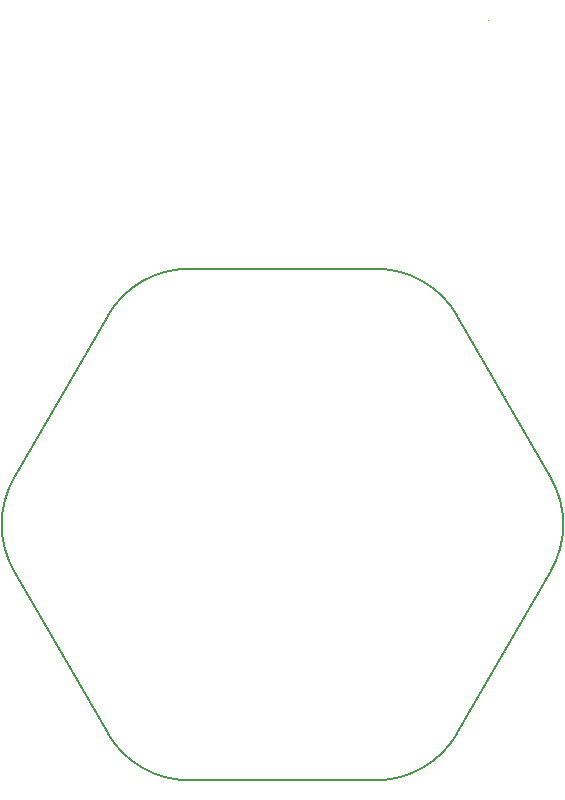
<source format=gko>
%FSLAX25Y25*%
%MOIN*%
G70*
G01*
G75*
G04 Layer_Color=65280*
%ADD10R,0.05906X0.05906*%
%ADD11R,0.03347X0.02756*%
G04:AMPARAMS|DCode=12|XSize=62.99mil|YSize=17.72mil|CornerRadius=0mil|HoleSize=0mil|Usage=FLASHONLY|Rotation=210.000|XOffset=0mil|YOffset=0mil|HoleType=Round|Shape=Rectangle|*
%AMROTATEDRECTD12*
4,1,4,0.02285,0.02342,0.03171,0.00808,-0.02285,-0.02342,-0.03171,-0.00808,0.02285,0.02342,0.0*
%
%ADD12ROTATEDRECTD12*%

G04:AMPARAMS|DCode=13|XSize=86.61mil|YSize=47.24mil|CornerRadius=0mil|HoleSize=0mil|Usage=FLASHONLY|Rotation=300.000|XOffset=0mil|YOffset=0mil|HoleType=Round|Shape=Rectangle|*
%AMROTATEDRECTD13*
4,1,4,-0.04211,0.02569,-0.00120,0.04932,0.04211,-0.02569,0.00120,-0.04932,-0.04211,0.02569,0.0*
%
%ADD13ROTATEDRECTD13*%

G04:AMPARAMS|DCode=14|XSize=157.48mil|YSize=78.74mil|CornerRadius=0mil|HoleSize=0mil|Usage=FLASHONLY|Rotation=30.000|XOffset=0mil|YOffset=0mil|HoleType=Round|Shape=Rectangle|*
%AMROTATEDRECTD14*
4,1,4,-0.04851,-0.07347,-0.08788,-0.00528,0.04851,0.07347,0.08788,0.00528,-0.04851,-0.07347,0.0*
%
%ADD14ROTATEDRECTD14*%

%ADD15R,0.02756X0.03347*%
G04:AMPARAMS|DCode=16|XSize=102.36mil|YSize=17.72mil|CornerRadius=0mil|HoleSize=0mil|Usage=FLASHONLY|Rotation=330.000|XOffset=0mil|YOffset=0mil|HoleType=Round|Shape=Rectangle|*
%AMROTATEDRECTD16*
4,1,4,-0.04875,0.01792,-0.03990,0.03326,0.04875,-0.01792,0.03990,-0.03326,-0.04875,0.01792,0.0*
%
%ADD16ROTATEDRECTD16*%

%ADD17R,0.00984X0.07087*%
%ADD18R,0.00984X0.07087*%
%ADD19R,0.01772X0.07087*%
%ADD20C,0.03000*%
%ADD21C,0.02000*%
%ADD22C,0.01000*%
%ADD23C,0.00800*%
%ADD24C,0.00600*%
%ADD25C,0.00250*%
%ADD26C,0.00500*%
%ADD27O,0.07874X0.11811*%
%ADD28R,0.07874X0.11811*%
%ADD29C,0.02953*%
%ADD30P,0.08352X4X165.0*%
%ADD31C,0.05906*%
G04:AMPARAMS|DCode=32|XSize=157.48mil|YSize=78.74mil|CornerRadius=0mil|HoleSize=0mil|Usage=FLASHONLY|Rotation=210.000|XOffset=0mil|YOffset=0mil|HoleType=Round|Shape=Round|*
%AMOVALD32*
21,1,0.07874,0.07874,0.00000,0.00000,210.0*
1,1,0.07874,0.03410,0.01969*
1,1,0.07874,-0.03410,-0.01969*
%
%ADD32OVALD32*%

%ADD33C,0.04331*%
G04:AMPARAMS|DCode=34|XSize=150mil|YSize=60mil|CornerRadius=0mil|HoleSize=0mil|Usage=FLASHONLY|Rotation=150.000|XOffset=0mil|YOffset=0mil|HoleType=Round|Shape=Round|*
%AMOVALD34*
21,1,0.09000,0.06000,0.00000,0.00000,150.0*
1,1,0.06000,0.03897,-0.02250*
1,1,0.06000,-0.03897,0.02250*
%
%ADD34OVALD34*%

G04:AMPARAMS|DCode=35|XSize=86.61mil|YSize=62.99mil|CornerRadius=0mil|HoleSize=0mil|Usage=FLASHONLY|Rotation=150.000|XOffset=0mil|YOffset=0mil|HoleType=Round|Shape=Round|*
%AMOVALD35*
21,1,0.02362,0.06299,0.00000,0.00000,150.0*
1,1,0.06299,0.01023,-0.00591*
1,1,0.06299,-0.01023,0.00591*
%
%ADD35OVALD35*%

%ADD36C,0.03543*%
G04:AMPARAMS|DCode=37|XSize=74.8mil|YSize=39.37mil|CornerRadius=0mil|HoleSize=0mil|Usage=FLASHONLY|Rotation=330.000|XOffset=0mil|YOffset=0mil|HoleType=Round|Shape=Round|*
%AMOVALD37*
21,1,0.03543,0.03937,0.00000,0.00000,330.0*
1,1,0.03937,-0.01534,0.00886*
1,1,0.03937,0.01534,-0.00886*
%
%ADD37OVALD37*%

%ADD38C,0.02000*%
%ADD39C,0.03000*%
%ADD40C,0.00100*%
%ADD41P,0.03341X4X345.0*%
%ADD42P,0.03341X4X195.0*%
%ADD43P,0.03341X4X270.0*%
G04:AMPARAMS|DCode=44|XSize=27.56mil|YSize=33.47mil|CornerRadius=0mil|HoleSize=0mil|Usage=FLASHONLY|Rotation=45.000|XOffset=0mil|YOffset=0mil|HoleType=Round|Shape=Rectangle|*
%AMROTATEDRECTD44*
4,1,4,0.00209,-0.02158,-0.02158,0.00209,-0.00209,0.02158,0.02158,-0.00209,0.00209,-0.02158,0.0*
%
%ADD44ROTATEDRECTD44*%

G04:AMPARAMS|DCode=45|XSize=27.56mil|YSize=33.47mil|CornerRadius=0mil|HoleSize=0mil|Usage=FLASHONLY|Rotation=315.000|XOffset=0mil|YOffset=0mil|HoleType=Round|Shape=Rectangle|*
%AMROTATEDRECTD45*
4,1,4,-0.02158,-0.00209,0.00209,0.02158,0.02158,0.00209,-0.00209,-0.02158,-0.02158,-0.00209,0.0*
%
%ADD45ROTATEDRECTD45*%

%ADD46R,0.02362X0.03937*%
%ADD47R,0.03937X0.02362*%
%ADD48R,0.07087X0.03937*%
%ADD49R,0.07874X0.07874*%
%ADD50O,0.02500X0.05500*%
%ADD51R,0.02500X0.05500*%
%ADD52R,0.01200X0.03400*%
%ADD53R,0.03400X0.01200*%
%ADD54R,0.10236X0.10236*%
G04:AMPARAMS|DCode=55|XSize=31.5mil|YSize=31.5mil|CornerRadius=3.15mil|HoleSize=0mil|Usage=FLASHONLY|Rotation=180.000|XOffset=0mil|YOffset=0mil|HoleType=Round|Shape=RoundedRectangle|*
%AMROUNDEDRECTD55*
21,1,0.03150,0.02520,0,0,180.0*
21,1,0.02520,0.03150,0,0,180.0*
1,1,0.00630,-0.01260,0.01260*
1,1,0.00630,0.01260,0.01260*
1,1,0.00630,0.01260,-0.01260*
1,1,0.00630,-0.01260,-0.01260*
%
%ADD55ROUNDEDRECTD55*%
G04:AMPARAMS|DCode=56|XSize=20mil|YSize=50mil|CornerRadius=0mil|HoleSize=0mil|Usage=FLASHONLY|Rotation=315.000|XOffset=0mil|YOffset=0mil|HoleType=Round|Shape=Rectangle|*
%AMROTATEDRECTD56*
4,1,4,-0.02475,-0.01061,0.01061,0.02475,0.02475,0.01061,-0.01061,-0.02475,-0.02475,-0.01061,0.0*
%
%ADD56ROTATEDRECTD56*%

%ADD57R,0.01772X0.07087*%
%ADD58C,0.04000*%
%ADD59C,0.01500*%
%ADD60C,0.00787*%
%ADD61C,0.00984*%
%ADD62C,0.02362*%
%ADD63R,0.06706X0.06706*%
%ADD64R,0.04147X0.03556*%
G04:AMPARAMS|DCode=65|XSize=70.99mil|YSize=25.72mil|CornerRadius=0mil|HoleSize=0mil|Usage=FLASHONLY|Rotation=210.000|XOffset=0mil|YOffset=0mil|HoleType=Round|Shape=Rectangle|*
%AMROTATEDRECTD65*
4,1,4,0.02431,0.02888,0.03717,0.00661,-0.02431,-0.02888,-0.03717,-0.00661,0.02431,0.02888,0.0*
%
%ADD65ROTATEDRECTD65*%

G04:AMPARAMS|DCode=66|XSize=94.61mil|YSize=55.24mil|CornerRadius=0mil|HoleSize=0mil|Usage=FLASHONLY|Rotation=300.000|XOffset=0mil|YOffset=0mil|HoleType=Round|Shape=Rectangle|*
%AMROTATEDRECTD66*
4,1,4,-0.04758,0.02716,0.00027,0.05478,0.04758,-0.02716,-0.00027,-0.05478,-0.04758,0.02716,0.0*
%
%ADD66ROTATEDRECTD66*%

G04:AMPARAMS|DCode=67|XSize=165.48mil|YSize=86.74mil|CornerRadius=0mil|HoleSize=0mil|Usage=FLASHONLY|Rotation=30.000|XOffset=0mil|YOffset=0mil|HoleType=Round|Shape=Rectangle|*
%AMROTATEDRECTD67*
4,1,4,-0.04997,-0.07893,-0.09334,-0.00381,0.04997,0.07893,0.09334,0.00381,-0.04997,-0.07893,0.0*
%
%ADD67ROTATEDRECTD67*%

%ADD68R,0.03556X0.04147*%
G04:AMPARAMS|DCode=69|XSize=110.36mil|YSize=25.72mil|CornerRadius=0mil|HoleSize=0mil|Usage=FLASHONLY|Rotation=330.000|XOffset=0mil|YOffset=0mil|HoleType=Round|Shape=Rectangle|*
%AMROTATEDRECTD69*
4,1,4,-0.05422,0.01646,-0.04136,0.03873,0.05422,-0.01646,0.04136,-0.03873,-0.05422,0.01646,0.0*
%
%ADD69ROTATEDRECTD69*%

%ADD70O,0.08674X0.12611*%
%ADD71R,0.08674X0.12611*%
%ADD72C,0.03753*%
%ADD73P,0.09483X4X165.0*%
%ADD74C,0.06706*%
G04:AMPARAMS|DCode=75|XSize=165.48mil|YSize=86.74mil|CornerRadius=0mil|HoleSize=0mil|Usage=FLASHONLY|Rotation=210.000|XOffset=0mil|YOffset=0mil|HoleType=Round|Shape=Round|*
%AMOVALD75*
21,1,0.07874,0.08674,0.00000,0.00000,210.0*
1,1,0.08674,0.03410,0.01969*
1,1,0.08674,-0.03410,-0.01969*
%
%ADD75OVALD75*%

%ADD76C,0.05131*%
G04:AMPARAMS|DCode=77|XSize=158mil|YSize=68mil|CornerRadius=0mil|HoleSize=0mil|Usage=FLASHONLY|Rotation=150.000|XOffset=0mil|YOffset=0mil|HoleType=Round|Shape=Round|*
%AMOVALD77*
21,1,0.09000,0.06800,0.00000,0.00000,150.0*
1,1,0.06800,0.03897,-0.02250*
1,1,0.06800,-0.03897,0.02250*
%
%ADD77OVALD77*%

G04:AMPARAMS|DCode=78|XSize=94.61mil|YSize=70.99mil|CornerRadius=0mil|HoleSize=0mil|Usage=FLASHONLY|Rotation=150.000|XOffset=0mil|YOffset=0mil|HoleType=Round|Shape=Round|*
%AMOVALD78*
21,1,0.02362,0.07099,0.00000,0.00000,150.0*
1,1,0.07099,0.01023,-0.00591*
1,1,0.07099,-0.01023,0.00591*
%
%ADD78OVALD78*%

%ADD79C,0.04343*%
G04:AMPARAMS|DCode=80|XSize=82.8mil|YSize=47.37mil|CornerRadius=0mil|HoleSize=0mil|Usage=FLASHONLY|Rotation=330.000|XOffset=0mil|YOffset=0mil|HoleType=Round|Shape=Round|*
%AMOVALD80*
21,1,0.03543,0.04737,0.00000,0.00000,330.0*
1,1,0.04737,-0.01534,0.00886*
1,1,0.04737,0.01534,-0.00886*
%
%ADD80OVALD80*%

%ADD81P,0.04472X4X345.0*%
%ADD82P,0.04472X4X195.0*%
%ADD83P,0.04472X4X270.0*%
G04:AMPARAMS|DCode=84|XSize=35.56mil|YSize=41.47mil|CornerRadius=0mil|HoleSize=0mil|Usage=FLASHONLY|Rotation=45.000|XOffset=0mil|YOffset=0mil|HoleType=Round|Shape=Rectangle|*
%AMROTATEDRECTD84*
4,1,4,0.00209,-0.02723,-0.02723,0.00209,-0.00209,0.02723,0.02723,-0.00209,0.00209,-0.02723,0.0*
%
%ADD84ROTATEDRECTD84*%

G04:AMPARAMS|DCode=85|XSize=35.56mil|YSize=41.47mil|CornerRadius=0mil|HoleSize=0mil|Usage=FLASHONLY|Rotation=315.000|XOffset=0mil|YOffset=0mil|HoleType=Round|Shape=Rectangle|*
%AMROTATEDRECTD85*
4,1,4,-0.02723,-0.00209,0.00209,0.02723,0.02723,0.00209,-0.00209,-0.02723,-0.02723,-0.00209,0.0*
%
%ADD85ROTATEDRECTD85*%

%ADD86R,0.03162X0.04737*%
%ADD87R,0.04737X0.03162*%
%ADD88R,0.07887X0.04737*%
%ADD89R,0.08674X0.08674*%
%ADD90O,0.03300X0.06300*%
%ADD91R,0.03300X0.06300*%
%ADD92R,0.02200X0.04400*%
%ADD93R,0.04400X0.02200*%
%ADD94R,0.11236X0.11236*%
G04:AMPARAMS|DCode=95|XSize=39.5mil|YSize=39.5mil|CornerRadius=3.95mil|HoleSize=0mil|Usage=FLASHONLY|Rotation=180.000|XOffset=0mil|YOffset=0mil|HoleType=Round|Shape=RoundedRectangle|*
%AMROUNDEDRECTD95*
21,1,0.03950,0.03160,0,0,180.0*
21,1,0.03160,0.03950,0,0,180.0*
1,1,0.00790,-0.01580,0.01580*
1,1,0.00790,0.01580,0.01580*
1,1,0.00790,0.01580,-0.01580*
1,1,0.00790,-0.01580,-0.01580*
%
%ADD95ROUNDEDRECTD95*%
G04:AMPARAMS|DCode=96|XSize=28mil|YSize=58mil|CornerRadius=0mil|HoleSize=0mil|Usage=FLASHONLY|Rotation=315.000|XOffset=0mil|YOffset=0mil|HoleType=Round|Shape=Rectangle|*
%AMROTATEDRECTD96*
4,1,4,-0.03041,-0.01061,0.01061,0.03041,0.03041,0.01061,-0.01061,-0.03041,-0.03041,-0.01061,0.0*
%
%ADD96ROTATEDRECTD96*%

%ADD97C,0.01969*%
%ADD98R,0.02300X0.02400*%
D25*
X421800Y289922D02*
G03*
X421800Y289922I-125J0D01*
G01*
X386019Y250119D02*
G03*
X386019Y250119I-125J0D01*
G01*
X459838Y207500D02*
G03*
X459838Y207500I-125J0D01*
G01*
X533657Y250119D02*
G03*
X533657Y250119I-125J0D01*
G01*
Y335358D02*
G03*
X533657Y335358I-125J0D01*
G01*
X459838Y377977D02*
G03*
X459838Y377977I-125J0D01*
G01*
X421800Y289922D02*
G03*
X421800Y289922I-125J0D01*
G01*
X386019Y250119D02*
G03*
X386019Y250119I-125J0D01*
G01*
X459838Y207500D02*
G03*
X459838Y207500I-125J0D01*
G01*
X533657Y250119D02*
G03*
X533657Y250119I-125J0D01*
G01*
Y335358D02*
G03*
X533657Y335358I-125J0D01*
G01*
X459838Y377977D02*
G03*
X459838Y377977I-125J0D01*
G01*
X527987Y460898D02*
G03*
X527987Y460898I-125J0D01*
G01*
X459425Y377977D02*
G03*
X459425Y377977I-125J0D01*
G01*
X533244Y335358D02*
G03*
X533244Y335358I-125J0D01*
G01*
Y250119D02*
G03*
X533244Y250119I-125J0D01*
G01*
X459425Y207500D02*
G03*
X459425Y207500I-125J0D01*
G01*
X385606Y250119D02*
G03*
X385606Y250119I-125J0D01*
G01*
Y335358D02*
G03*
X385606Y335358I-125J0D01*
G01*
D26*
X428100Y377977D02*
G03*
X401080Y362378I0J-31200D01*
G01*
X369881Y308338D02*
G03*
X369881Y277139I27020J-15600D01*
G01*
X401080Y223100D02*
G03*
X428100Y207500I27020J15600D01*
G01*
X490499D02*
G03*
X517519Y223100I0J31200D01*
G01*
X548718Y277139D02*
G03*
X548718Y308338I-27020J15600D01*
G01*
X517519Y362378D02*
G03*
X490499Y377977I-27020J-15600D01*
G01*
X369881Y308338D02*
X401080Y362378D01*
X369881Y277139D02*
X401080Y223100D01*
X428100Y207500D02*
X490499D01*
X517519Y223100D02*
X548718Y277139D01*
X517519Y362378D02*
X548718Y308338D01*
X428100Y377977D02*
X490499D01*
X517519Y362378D02*
G03*
X490499Y377977I-27020J-15600D01*
G01*
X548718Y277139D02*
G03*
X548718Y308338I-27020J15600D01*
G01*
X490499Y207500D02*
G03*
X517519Y223100I0J31200D01*
G01*
X401080Y223100D02*
G03*
X428100Y207500I27020J15600D01*
G01*
X369881Y308338D02*
G03*
X369881Y277139I27020J-15600D01*
G01*
X428100Y377977D02*
G03*
X401080Y362378I0J-31200D01*
G01*
X428100Y377977D02*
X490499D01*
X517519Y362378D02*
X548718Y308338D01*
X517519Y223100D02*
X548718Y277139D01*
X428100Y207500D02*
X490499D01*
X369881Y277139D02*
X401080Y223100D01*
X369881Y308338D02*
X401080Y362378D01*
M02*

</source>
